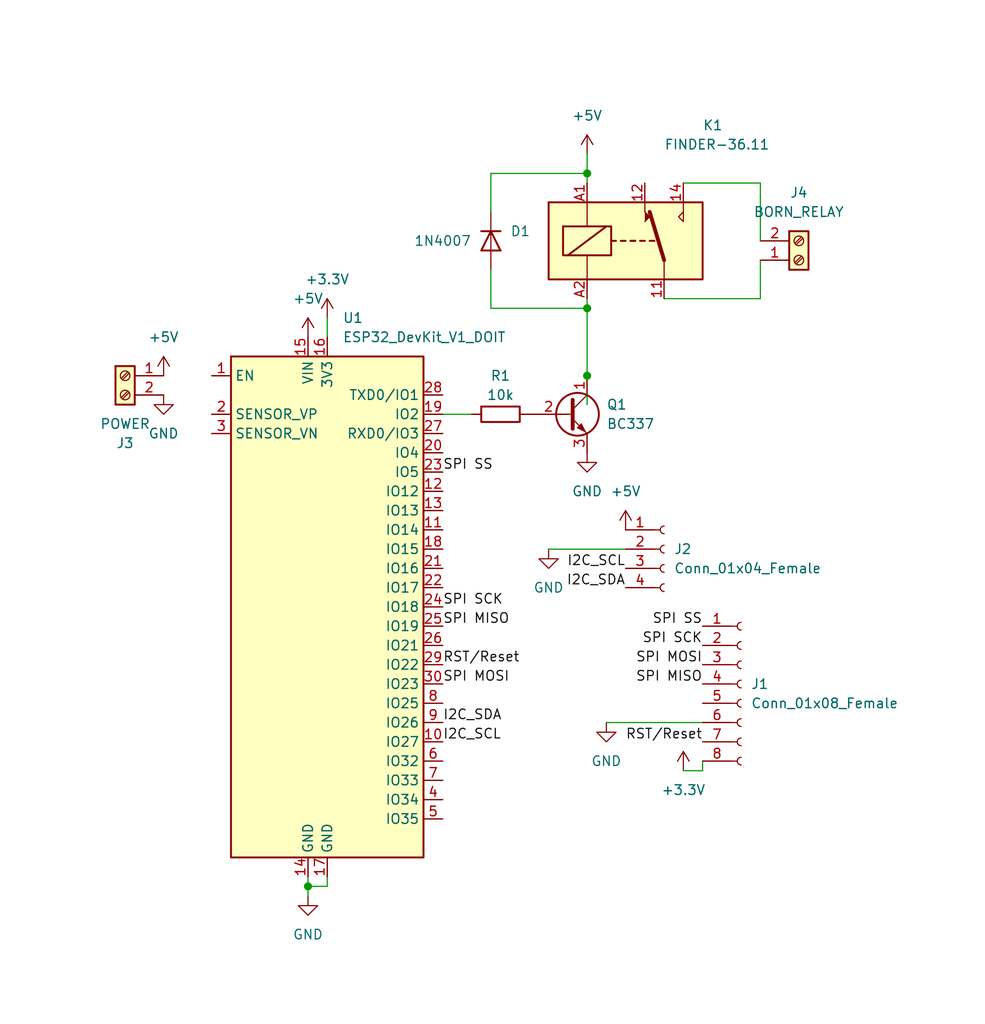
<source format=kicad_sch>
(kicad_sch (version 20211123) (generator eeschema)
  (paper "User" 129.997 135.026)
  (lib_symbols
    (symbol "Connector:Conn_01x04_Female" (pin_names (offset 1.016) hide)
      (property "Reference" "J" (at 0 5.08 0))
      (property "Value" "Conn_01x04_Female" (at 0 -7.62 0))
      (symbol "Conn_01x04_Female_1_1"
        (arc (start 0 -4.572) (mid -0.508 -5.08) (end 0 -5.588) (stroke (width 0.1524)))
        (arc (start 0 -2.032) (mid -0.508 -2.54) (end 0 -3.048) (stroke (width 0.1524)))
        (polyline (pts (xy -1.27 -5.08) (xy -0.508 -5.08)) (stroke (width 0.1524)))
        (polyline (pts (xy -1.27 -2.54) (xy -0.508 -2.54)) (stroke (width 0.1524)))
        (polyline (pts (xy -1.27 0) (xy -0.508 0)) (stroke (width 0.1524)))
        (polyline (pts (xy -1.27 2.54) (xy -0.508 2.54)) (stroke (width 0.1524)))
        (arc (start 0 0.508) (mid -0.508 0) (end 0 -0.508) (stroke (width 0.1524)))
        (arc (start 0 3.048) (mid -0.508 2.54) (end 0 2.032) (stroke (width 0.1524)))
        (pin passive line (at -5.08 2.54 0) (length 3.81) (name "Pin_1") (number "1"))
        (pin passive line (at -5.08 0 0) (length 3.81) (name "Pin_2") (number "2"))
        (pin passive line (at -5.08 -2.54 0) (length 3.81) (name "Pin_3") (number "3"))
        (pin passive line (at -5.08 -5.08 0) (length 3.81) (name "Pin_4") (number "4"))
      )
    )
    (symbol "Connector:Conn_01x08_Female" (pin_names (offset 1.016) hide)
      (property "Reference" "J" (at 0 10.16 0))
      (property "Value" "Conn_01x08_Female" (at 0 -12.7 0))
      (symbol "Conn_01x08_Female_1_1"
        (arc (start 0 -9.652) (mid -0.508 -10.16) (end 0 -10.668) (stroke (width 0.1524)))
        (arc (start 0 -7.112) (mid -0.508 -7.62) (end 0 -8.128) (stroke (width 0.1524)))
        (arc (start 0 -4.572) (mid -0.508 -5.08) (end 0 -5.588) (stroke (width 0.1524)))
        (arc (start 0 -2.032) (mid -0.508 -2.54) (end 0 -3.048) (stroke (width 0.1524)))
        (polyline (pts (xy -1.27 -10.16) (xy -0.508 -10.16)) (stroke (width 0.1524)))
        (polyline (pts (xy -1.27 -7.62) (xy -0.508 -7.62)) (stroke (width 0.1524)))
        (polyline (pts (xy -1.27 -5.08) (xy -0.508 -5.08)) (stroke (width 0.1524)))
        (polyline (pts (xy -1.27 -2.54) (xy -0.508 -2.54)) (stroke (width 0.1524)))
        (polyline (pts (xy -1.27 0) (xy -0.508 0)) (stroke (width 0.1524)))
        (polyline (pts (xy -1.27 2.54) (xy -0.508 2.54)) (stroke (width 0.1524)))
        (polyline (pts (xy -1.27 5.08) (xy -0.508 5.08)) (stroke (width 0.1524)))
        (polyline (pts (xy -1.27 7.62) (xy -0.508 7.62)) (stroke (width 0.1524)))
        (arc (start 0 0.508) (mid -0.508 0) (end 0 -0.508) (stroke (width 0.1524)))
        (arc (start 0 3.048) (mid -0.508 2.54) (end 0 2.032) (stroke (width 0.1524)))
        (arc (start 0 5.588) (mid -0.508 5.08) (end 0 4.572) (stroke (width 0.1524)))
        (arc (start 0 8.128) (mid -0.508 7.62) (end 0 7.112) (stroke (width 0.1524)))
        (pin passive line (at -5.08 7.62 0) (length 3.81) (name "Pin_1") (number "1"))
        (pin passive line (at -5.08 5.08 0) (length 3.81) (name "Pin_2") (number "2"))
        (pin passive line (at -5.08 2.54 0) (length 3.81) (name "Pin_3") (number "3"))
        (pin passive line (at -5.08 0 0) (length 3.81) (name "Pin_4") (number "4"))
        (pin passive line (at -5.08 -2.54 0) (length 3.81) (name "Pin_5") (number "5"))
        (pin passive line (at -5.08 -5.08 0) (length 3.81) (name "Pin_6") (number "6"))
        (pin passive line (at -5.08 -7.62 0) (length 3.81) (name "Pin_7") (number "7"))
        (pin passive line (at -5.08 -10.16 0) (length 3.81) (name "Pin_8") (number "8"))
      )
    )
    (symbol "Connector:Screw_Terminal_01x02" (pin_names (offset 1.016) hide)
      (property "Reference" "J" (at 0 2.54 0))
      (property "Value" "Screw_Terminal_01x02" (at 0 -5.08 0))
      (symbol "Screw_Terminal_01x02_1_1"
        (rectangle (start -1.27 1.27) (end 1.27 -3.81) (stroke (width 0.254)) (fill (type background)))
        (circle (center 0 -2.54) (radius 0.635) (stroke (width 0.1524)))
        (polyline (pts (xy -0.5334 -2.2098) (xy 0.3302 -3.048)) (stroke (width 0.1524)))
        (polyline (pts (xy -0.5334 0.3302) (xy 0.3302 -0.508)) (stroke (width 0.1524)))
        (polyline (pts (xy -0.3556 -2.032) (xy 0.508 -2.8702)) (stroke (width 0.1524)))
        (polyline (pts (xy -0.3556 0.508) (xy 0.508 -0.3302)) (stroke (width 0.1524)))
        (circle (center 0 0) (radius 0.635) (stroke (width 0.1524)))
        (pin passive line (at -5.08 0 0) (length 3.81) (name "Pin_1") (number "1"))
        (pin passive line (at -5.08 -2.54 0) (length 3.81) (name "Pin_2") (number "2"))
      )
    )
    (symbol "DOIT_ESP32_devkit:ESP32_DevKit_V1_DOIT"
      (property "Reference" "U" (at -11.43 34.29 0))
      (property "Value" "ESP32_DevKit_V1_DOIT" (at 11.43 34.29 0))
      (symbol "ESP32_DevKit_V1_DOIT_1_1"
        (rectangle (start -12.7 33.02) (end 12.7 -33.02) (stroke (width 0.254)) (fill (type background)))
        (pin input line (at -15.24 30.48 0) (length 2.54) (name "EN") (number "1"))
        (pin bidirectional line (at 15.24 -17.78 180) (length 2.54) (name "IO27") (number "10"))
        (pin bidirectional line (at 15.24 10.16 180) (length 2.54) (name "IO14") (number "11"))
        (pin bidirectional line (at 15.24 15.24 180) (length 2.54) (name "IO12") (number "12"))
        (pin bidirectional line (at 15.24 12.7 180) (length 2.54) (name "IO13") (number "13"))
        (pin power_in line (at -2.54 -35.56 90) (length 2.54) (name "GND") (number "14"))
        (pin power_in line (at -2.54 35.56 270) (length 2.54) (name "VIN") (number "15"))
        (pin power_in line (at 0 35.56 270) (length 2.54) (name "3V3") (number "16"))
        (pin power_in line (at 0 -35.56 90) (length 2.54) (name "GND") (number "17"))
        (pin bidirectional line (at 15.24 7.62 180) (length 2.54) (name "IO15") (number "18"))
        (pin bidirectional line (at 15.24 25.4 180) (length 2.54) (name "IO2") (number "19"))
        (pin input line (at -15.24 25.4 0) (length 2.54) (name "SENSOR_VP") (number "2"))
        (pin bidirectional line (at 15.24 20.32 180) (length 2.54) (name "IO4") (number "20"))
        (pin bidirectional line (at 15.24 5.08 180) (length 2.54) (name "IO16") (number "21"))
        (pin bidirectional line (at 15.24 2.54 180) (length 2.54) (name "IO17") (number "22"))
        (pin bidirectional line (at 15.24 17.78 180) (length 2.54) (name "IO5") (number "23"))
        (pin bidirectional line (at 15.24 0 180) (length 2.54) (name "IO18") (number "24"))
        (pin bidirectional line (at 15.24 -2.54 180) (length 2.54) (name "IO19") (number "25"))
        (pin bidirectional line (at 15.24 -5.08 180) (length 2.54) (name "IO21") (number "26"))
        (pin bidirectional line (at 15.24 22.86 180) (length 2.54) (name "RXD0/IO3") (number "27"))
        (pin bidirectional line (at 15.24 27.94 180) (length 2.54) (name "TXD0/IO1") (number "28"))
        (pin bidirectional line (at 15.24 -7.62 180) (length 2.54) (name "IO22") (number "29"))
        (pin input line (at -15.24 22.86 0) (length 2.54) (name "SENSOR_VN") (number "3"))
        (pin bidirectional line (at 15.24 -10.16 180) (length 2.54) (name "IO23") (number "30"))
        (pin input line (at 15.24 -25.4 180) (length 2.54) (name "IO34") (number "4"))
        (pin input line (at 15.24 -27.94 180) (length 2.54) (name "IO35") (number "5"))
        (pin bidirectional line (at 15.24 -20.32 180) (length 2.54) (name "IO32") (number "6"))
        (pin bidirectional line (at 15.24 -22.86 180) (length 2.54) (name "IO33") (number "7"))
        (pin bidirectional line (at 15.24 -12.7 180) (length 2.54) (name "IO25") (number "8"))
        (pin bidirectional line (at 15.24 -15.24 180) (length 2.54) (name "IO26") (number "9"))
      )
    )
    (symbol "Device:R" (pin_numbers hide) (pin_names (offset 0))
      (property "Reference" "R" (at 2.032 0 90))
      (property "Value" "R" (at 0 0 90))
      (symbol "R_0_1"
        (rectangle (start -1.016 -2.54) (end 1.016 2.54) (stroke (width 0.254)))
      )
      (symbol "R_1_1"
        (pin passive line (at 0 3.81 270) (length 1.27) (name "~") (number "1"))
        (pin passive line (at 0 -3.81 90) (length 1.27) (name "~") (number "2"))
      )
    )
    (symbol "Diode:1N4007" (pin_numbers hide) (pin_names hide)
      (property "Reference" "D" (at 0 2.54 0))
      (property "Value" "1N4007" (at 0 -2.54 0))
      (symbol "1N4007_0_1"
        (polyline (pts (xy -1.27 1.27) (xy -1.27 -1.27)) (stroke (width 0.254)))
        (polyline (pts (xy 1.27 0) (xy -1.27 0)))
        (polyline (pts (xy 1.27 1.27) (xy 1.27 -1.27) (xy -1.27 0) (xy 1.27 1.27)) (stroke (width 0.254)))
      )
      (symbol "1N4007_1_1"
        (pin passive line (at -3.81 0 0) (length 2.54) (name "K") (number "1"))
        (pin passive line (at 3.81 0 180) (length 2.54) (name "A") (number "2"))
      )
    )
    (symbol "Relay:FINDER-36.11"
      (property "Reference" "K" (at 11.43 3.81 0))
      (property "Value" "FINDER-36.11" (at 11.43 1.27 0))
      (symbol "FINDER-36.11_0_0"
        (polyline (pts (xy 2.54 3.81) (xy 2.54 5.08)))
        (polyline (pts (xy 7.62 3.81) (xy 7.62 5.08)))
        (polyline (pts (xy 7.62 3.81) (xy 7.62 2.54) (xy 6.985 3.175) (xy 7.62 3.81)))
      )
      (symbol "FINDER-36.11_0_1"
        (rectangle (start -10.16 5.08) (end 10.16 -5.08) (stroke (width 0.254)) (fill (type background)))
        (rectangle (start -8.255 1.905) (end -1.905 -1.905) (stroke (width 0.254)))
        (polyline (pts (xy -7.62 -1.905) (xy -2.54 1.905)) (stroke (width 0.254)))
        (polyline (pts (xy -5.08 -5.08) (xy -5.08 -1.905)))
        (polyline (pts (xy -5.08 5.08) (xy -5.08 1.905)))
        (polyline (pts (xy -1.905 0) (xy -1.27 0)) (stroke (width 0.254)))
        (polyline (pts (xy -0.635 0) (xy 0 0)) (stroke (width 0.254)))
        (polyline (pts (xy 0.635 0) (xy 1.27 0)) (stroke (width 0.254)))
        (polyline (pts (xy 0.635 0) (xy 1.27 0)) (stroke (width 0.254)))
        (polyline (pts (xy 1.905 0) (xy 2.54 0)) (stroke (width 0.254)))
        (polyline (pts (xy 3.175 0) (xy 3.81 0)) (stroke (width 0.254)))
        (polyline (pts (xy 5.08 -2.54) (xy 3.175 3.81)) (stroke (width 0.508)))
        (polyline (pts (xy 5.08 -2.54) (xy 5.08 -5.08)))
        (polyline (pts (xy 2.54 2.54) (xy 3.175 3.175) (xy 2.54 3.81)) (fill (type outline)))
      )
      (symbol "FINDER-36.11_1_1"
        (pin passive line (at 5.08 -7.62 90) (length 2.54) (name "~") (number "11"))
        (pin passive line (at 2.54 7.62 270) (length 2.54) (name "~") (number "12"))
        (pin passive line (at 7.62 7.62 270) (length 2.54) (name "~") (number "14"))
        (pin passive line (at -5.08 7.62 270) (length 2.54) (name "~") (number "A1"))
        (pin passive line (at -5.08 -7.62 90) (length 2.54) (name "~") (number "A2"))
      )
    )
    (symbol "Transistor_BJT:BC337" (pin_names (offset 0) hide)
      (property "Reference" "Q" (at 5.08 1.905 0))
      (property "Value" "BC337" (at 5.08 0 0))
      (symbol "BC337_0_1"
        (polyline (pts (xy 0 0) (xy 0.635 0)))
        (polyline (pts (xy 0.635 0.635) (xy 2.54 2.54)))
        (polyline (pts (xy 0.635 -0.635) (xy 2.54 -2.54) (xy 2.54 -2.54)))
        (polyline (pts (xy 0.635 1.905) (xy 0.635 -1.905) (xy 0.635 -1.905)) (stroke (width 0.508)))
        (polyline (pts (xy 1.27 -1.778) (xy 1.778 -1.27) (xy 2.286 -2.286) (xy 1.27 -1.778) (xy 1.27 -1.778)) (fill (type outline)))
        (circle (center 1.27 0) (radius 2.8194) (stroke (width 0.254)))
      )
      (symbol "BC337_1_1"
        (pin passive line (at 2.54 5.08 270) (length 2.54) (name "C") (number "1"))
        (pin input line (at -5.08 0 0) (length 5.08) (name "B") (number "2"))
        (pin passive line (at 2.54 -5.08 90) (length 2.54) (name "E") (number "3"))
      )
    )
    (symbol "power:+3.3V" (power) (pin_names (offset 0))
      (property "Value" "+3.3V" (at 0 3.556 0))
      (symbol "+3.3V_0_1"
        (polyline (pts (xy -0.762 1.27) (xy 0 2.54)))
        (polyline (pts (xy 0 0) (xy 0 2.54)))
        (polyline (pts (xy 0 2.54) (xy 0.762 1.27)))
      )
      (symbol "+3.3V_1_1"
        (pin power_in line (at 0 0 90) (length 0) hide (name "+3.3V") (number "1"))
      )
    )
    (symbol "power:+5V" (power) (pin_names (offset 0))
      (property "Value" "+5V" (at 0 3.556 0))
      (symbol "+5V_0_1"
        (polyline (pts (xy -0.762 1.27) (xy 0 2.54)))
        (polyline (pts (xy 0 0) (xy 0 2.54)))
        (polyline (pts (xy 0 2.54) (xy 0.762 1.27)))
      )
      (symbol "+5V_1_1"
        (pin power_in line (at 0 0 90) (length 0) hide (name "+5V") (number "1"))
      )
    )
    (symbol "power:GND" (power) (pin_names (offset 0))
      (property "Value" "GND" (at 0 -3.81 0))
      (symbol "GND_0_1"
        (polyline (pts (xy 0 0) (xy 0 -1.27) (xy 1.27 -1.27) (xy 0 -2.54) (xy -1.27 -1.27) (xy 0 -1.27)))
      )
      (symbol "GND_1_1"
        (pin power_in line (at 0 0 270) (length 0) hide (name "GND") (number "1"))
      )
    )
  )
  (junction (at 77.47 40.64))
  (junction (at 77.47 22.86))
  (junction (at 40.64 116.84))
  (junction (at 77.47 49.53))
  (wire (pts (xy 77.47 53.34) (xy 77.47 49.53)))
  (wire (pts (xy 40.64 116.84) (xy 40.64 118.11)))
  (wire (pts (xy 43.18 41.91) (xy 43.18 44.45)))
  (wire (pts (xy 80.01 95.25) (xy 92.71 95.25)))
  (wire (pts (xy 100.33 39.37) (xy 87.63 39.37)))
  (wire (pts (xy 64.77 27.94) (xy 64.77 22.86)))
  (wire (pts (xy 40.64 116.84) (xy 43.18 116.84)))
  (wire (pts (xy 100.33 34.29) (xy 100.33 39.37)))
  (wire (pts (xy 58.42 54.61) (xy 62.23 54.61)))
  (wire (pts (xy 64.77 40.64) (xy 77.47 40.64)))
  (wire (pts (xy 77.47 22.86) (xy 77.47 24.13)))
  (wire (pts (xy 77.47 20.32) (xy 77.47 22.86)))
  (wire (pts (xy 77.47 39.37) (xy 77.47 40.64)))
  (wire (pts (xy 64.77 22.86) (xy 77.47 22.86)))
  (wire (pts (xy 64.77 35.56) (xy 64.77 40.64)))
  (wire (pts (xy 77.47 40.64) (xy 77.47 49.53)))
  (wire (pts (xy 92.71 101.6) (xy 92.71 100.33)))
  (wire (pts (xy 100.33 24.13) (xy 90.17 24.13)))
  (wire (pts (xy 40.64 115.57) (xy 40.64 116.84)))
  (wire (pts (xy 72.39 72.39) (xy 82.55 72.39)))
  (wire (pts (xy 90.17 101.6) (xy 92.71 101.6)))
  (wire (pts (xy 100.33 31.75) (xy 100.33 24.13)))
  (wire (pts (xy 43.18 115.57) (xy 43.18 116.84)))
  (label "SPI MISO" (at 92.71 90.17 180))
  (label "SPI MOSI" (at 58.42 90.17 0))
  (label "SPI SS" (at 92.71 82.55 180))
  (label "I2C_SCL" (at 58.42 97.79 0))
  (label "SPI MISO" (at 58.42 82.55 0))
  (label "RST{slash}Reset" (at 92.71 97.79 180))
  (label "SPI SCK" (at 58.42 80.01 0))
  (label "SPI MOSI" (at 92.71 87.63 180))
  (label "I2C_SDA" (at 82.55 77.47 180))
  (label "I2C_SCL" (at 82.55 74.93 180))
  (label "I2C_SDA" (at 58.42 95.25 0))
  (label "RST{slash}Reset" (at 58.42 87.63 0))
  (label "SPI SS" (at 58.42 62.23 0))
  (label "SPI SCK" (at 92.71 85.09 180))
  (symbol (lib_id "power:GND") (at 77.47 59.69 0) (unit 1)
    (property "Reference" "#PWR09" (effects hide))
    (property "Value" "GND" (at 77.47 64.77 0))
  )
  (symbol (lib_id "power:+5V") (at 40.64 44.45 0) (unit 1)
    (property "Reference" "#PWR05" (effects hide))
    (property "Value" "+5V" (at 40.64 39.37 0))
  )
  (symbol (lib_id "Transistor_BJT:BC337") (at 74.93 54.61 0) (unit 1)
    (property "Reference" "Q1" (at 80.01 53.3399 0) (effects (justify left)))
    (property "Value" "BC337" (at 80.01 55.8799 0) (effects (justify left)))
    (property "Footprint" "kicad_user_libraries:krapp-TO-92_HandSolder" (effects hide))
    (property "Datasheet" "https://diotec.com/tl_files/diotec/files/pdf/datasheets/bc337.pdf" (effects hide))
  )
  (symbol (lib_id "power:GND") (at 21.59 52.07 0) (unit 1)
    (property "Reference" "#PWR0102" (effects hide))
    (property "Value" "GND" (at 21.59 57.15 0))
  )
  (symbol (lib_id "Diode:1N4007") (at 64.77 31.75 270) (unit 1)
    (property "Reference" "D1" (at 67.31 30.4799 90) (effects (justify left)))
    (property "Value" "1N4007" (at 54.61 31.75 90) (effects (justify left)))
    (property "Footprint" "Diode_THT:D_DO-41_SOD81_P10.16mm_Horizontal" (effects hide))
    (property "Datasheet" "http://www.vishay.com/docs/88503/1n4001.pdf" (effects hide))
  )
  (symbol (lib_id "Device:R") (at 66.04 54.61 90) (unit 1)
    (property "Reference" "R1" (at 66.04 49.53 90))
    (property "Value" "10k" (at 66.04 52.07 90))
    (property "Footprint" "kicad_user_libraries:krapp-res-generic" (effects hide))
  )
  (symbol (lib_id "Connector:Conn_01x04_Female") (at 87.63 72.39 0) (unit 1)
    (property "Reference" "J2" (at 88.9 72.3899 0) (effects (justify left)))
    (property "Value" "Conn_01x04_Female" (at 88.9 74.9299 0) (effects (justify left)))
    (property "Footprint" "Connector_PinSocket_2.54mm:PinSocket_1x04_P2.54mm_Vertical" (effects hide))
  )
  (symbol (lib_id "Connector:Screw_Terminal_01x02") (at 16.51 49.53 0) (mirror y) (unit 1)
    (property "Reference" "J3" (at 16.51 58.42 0))
    (property "Value" "POWER" (at 16.51 55.88 0))
    (property "Footprint" "kicad_user_libraries:tblock_2x1" (effects hide))
  )
  (symbol (lib_id "power:+5V") (at 21.59 49.53 0) (unit 1)
    (property "Reference" "#PWR0101" (effects hide))
    (property "Value" "+5V" (at 21.59 44.45 0))
  )
  (symbol (lib_id "power:+5V") (at 82.55 69.85 0) (unit 1)
    (property "Reference" "#PWR06" (effects hide))
    (property "Value" "+5V" (at 82.55 64.77 0))
  )
  (symbol (lib_id "power:+5V") (at 77.47 20.32 0) (unit 1)
    (property "Reference" "#PWR08" (effects hide))
    (property "Value" "+5V" (at 77.47 15.24 0))
  )
  (symbol (lib_id "Relay:FINDER-36.11") (at 82.55 31.75 0) (unit 1)
    (property "Reference" "K1" (at 92.71 16.51 0) (effects (justify left)))
    (property "Value" "FINDER-36.11" (at 87.63 19.05 0) (effects (justify left)))
    (property "Footprint" "Relay_THT:Relay_SPDT_Finder_36.11" (effects hide))
    (property "Datasheet" "https://gfinder.findernet.com/public/attachments/36/EN/S36EN.pdf" (effects hide))
  )
  (symbol (lib_id "power:GND") (at 80.01 95.25 0) (unit 1)
    (property "Reference" "#PWR03" (effects hide))
    (property "Value" "GND" (at 80.01 100.33 0))
  )
  (symbol (lib_id "DOIT_ESP32_devkit:ESP32_DevKit_V1_DOIT") (at 43.18 80.01 0) (unit 1)
    (property "Reference" "U1" (at 45.1994 41.91 0) (effects (justify left)))
    (property "Value" "ESP32_DevKit_V1_DOIT" (at 45.1994 44.45 0) (effects (justify left)))
    (property "Footprint" "DOIT_ESP32_DEVKIT:esp32_devkit_v1_doit" (effects hide))
  )
  (symbol (lib_id "Connector:Conn_01x08_Female") (at 97.79 90.17 0) (unit 1)
    (property "Reference" "J1" (at 99.06 90.1699 0) (effects (justify left)))
    (property "Value" "Conn_01x08_Female" (at 99.06 92.7099 0) (effects (justify left)))
    (property "Footprint" "Connector_PinSocket_2.54mm:PinSocket_1x08_P2.54mm_Vertical" (effects hide))
  )
  (symbol (lib_id "Connector:Screw_Terminal_01x02") (at 105.41 34.29 0) (mirror x) (unit 1)
    (property "Reference" "J4" (at 105.41 25.4 0))
    (property "Value" "BORN_RELAY" (at 105.41 27.94 0))
    (property "Footprint" "kicad_user_libraries:tblock_2x1" (effects hide))
  )
  (symbol (lib_id "power:+3.3V") (at 90.17 101.6 0) (unit 1)
    (property "Reference" "#PWR04" (effects hide))
    (property "Value" "+3.3V" (at 90.17 104.14 0))
  )
  (symbol (lib_id "power:GND") (at 72.39 72.39 0) (unit 1)
    (property "Reference" "#PWR07" (effects hide))
    (property "Value" "GND" (at 72.39 77.47 0))
  )
  (symbol (lib_id "power:GND") (at 40.64 118.11 0) (unit 1)
    (property "Reference" "#PWR01" (effects hide))
    (property "Value" "GND" (at 40.64 123.19 0))
  )
  (symbol (lib_id "power:+3.3V") (at 43.18 41.91 0) (unit 1)
    (property "Reference" "#PWR02" (effects hide))
    (property "Value" "+3.3V" (at 43.18 36.83 0))
  )
)
</source>
